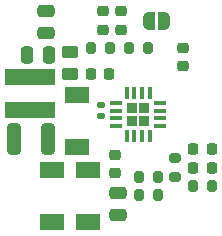
<source format=gtp>
%TF.GenerationSoftware,KiCad,Pcbnew,(6.0.0)*%
%TF.CreationDate,2022-08-29T11:13:11+02:00*%
%TF.ProjectId,LiIon_Charger,4c69496f-6e5f-4436-9861-726765722e6b,rev?*%
%TF.SameCoordinates,Original*%
%TF.FileFunction,Paste,Top*%
%TF.FilePolarity,Positive*%
%FSLAX46Y46*%
G04 Gerber Fmt 4.6, Leading zero omitted, Abs format (unit mm)*
G04 Created by KiCad (PCBNEW (6.0.0)) date 2022-08-29 11:13:11*
%MOMM*%
%LPD*%
G01*
G04 APERTURE LIST*
G04 Aperture macros list*
%AMRoundRect*
0 Rectangle with rounded corners*
0 $1 Rounding radius*
0 $2 $3 $4 $5 $6 $7 $8 $9 X,Y pos of 4 corners*
0 Add a 4 corners polygon primitive as box body*
4,1,4,$2,$3,$4,$5,$6,$7,$8,$9,$2,$3,0*
0 Add four circle primitives for the rounded corners*
1,1,$1+$1,$2,$3*
1,1,$1+$1,$4,$5*
1,1,$1+$1,$6,$7*
1,1,$1+$1,$8,$9*
0 Add four rect primitives between the rounded corners*
20,1,$1+$1,$2,$3,$4,$5,0*
20,1,$1+$1,$4,$5,$6,$7,0*
20,1,$1+$1,$6,$7,$8,$9,0*
20,1,$1+$1,$8,$9,$2,$3,0*%
%AMFreePoly0*
4,1,22,0.500000,-0.750000,0.000000,-0.750000,0.000000,-0.745033,-0.079941,-0.743568,-0.215256,-0.701293,-0.333266,-0.622738,-0.424486,-0.514219,-0.481581,-0.384460,-0.499164,-0.250000,-0.500000,-0.250000,-0.500000,0.250000,-0.499164,0.250000,-0.499963,0.256109,-0.478152,0.396186,-0.417904,0.524511,-0.324060,0.630769,-0.204165,0.706417,-0.067858,0.745374,0.000000,0.744959,0.000000,0.750000,
0.500000,0.750000,0.500000,-0.750000,0.500000,-0.750000,$1*%
%AMFreePoly1*
4,1,20,0.000000,0.744959,0.073905,0.744508,0.209726,0.703889,0.328688,0.626782,0.421226,0.519385,0.479903,0.390333,0.500000,0.250000,0.500000,-0.250000,0.499851,-0.262216,0.476331,-0.402017,0.414519,-0.529596,0.319384,-0.634700,0.198574,-0.708877,0.061801,-0.746166,0.000000,-0.745033,0.000000,-0.750000,-0.500000,-0.750000,-0.500000,0.750000,0.000000,0.750000,0.000000,0.744959,
0.000000,0.744959,$1*%
G04 Aperture macros list end*
%ADD10R,2.100000X1.400000*%
%ADD11RoundRect,0.140000X0.170000X-0.140000X0.170000X0.140000X-0.170000X0.140000X-0.170000X-0.140000X0*%
%ADD12RoundRect,0.250000X0.250000X0.475000X-0.250000X0.475000X-0.250000X-0.475000X0.250000X-0.475000X0*%
%ADD13RoundRect,0.200000X-0.200000X-0.275000X0.200000X-0.275000X0.200000X0.275000X-0.200000X0.275000X0*%
%ADD14RoundRect,0.225000X-0.225000X-0.250000X0.225000X-0.250000X0.225000X0.250000X-0.225000X0.250000X0*%
%ADD15RoundRect,0.218750X0.218750X0.256250X-0.218750X0.256250X-0.218750X-0.256250X0.218750X-0.256250X0*%
%ADD16RoundRect,0.250000X-0.475000X0.250000X-0.475000X-0.250000X0.475000X-0.250000X0.475000X0.250000X0*%
%ADD17R,4.200000X1.400000*%
%ADD18RoundRect,0.250000X-0.450000X0.262500X-0.450000X-0.262500X0.450000X-0.262500X0.450000X0.262500X0*%
%ADD19RoundRect,0.225000X0.250000X-0.225000X0.250000X0.225000X-0.250000X0.225000X-0.250000X-0.225000X0*%
%ADD20RoundRect,0.200000X0.200000X0.275000X-0.200000X0.275000X-0.200000X-0.275000X0.200000X-0.275000X0*%
%ADD21RoundRect,0.225000X-0.250000X0.225000X-0.250000X-0.225000X0.250000X-0.225000X0.250000X0.225000X0*%
%ADD22FreePoly0,180.000000*%
%ADD23FreePoly1,180.000000*%
%ADD24RoundRect,0.232500X0.232500X-0.232500X0.232500X0.232500X-0.232500X0.232500X-0.232500X-0.232500X0*%
%ADD25RoundRect,0.075000X0.075000X-0.462500X0.075000X0.462500X-0.075000X0.462500X-0.075000X-0.462500X0*%
%ADD26RoundRect,0.075000X0.462500X-0.075000X0.462500X0.075000X-0.462500X0.075000X-0.462500X-0.075000X0*%
%ADD27RoundRect,0.200000X0.275000X-0.200000X0.275000X0.200000X-0.275000X0.200000X-0.275000X-0.200000X0*%
%ADD28RoundRect,0.250000X0.475000X-0.250000X0.475000X0.250000X-0.475000X0.250000X-0.475000X-0.250000X0*%
%ADD29RoundRect,0.250000X-0.312500X-1.075000X0.312500X-1.075000X0.312500X1.075000X-0.312500X1.075000X0*%
G04 APERTURE END LIST*
D10*
%TO.C,D4*%
X131724400Y-85303000D03*
X131724400Y-89703000D03*
%TD*%
D11*
%TO.C,C5*%
X132791200Y-80744000D03*
X132791200Y-79784000D03*
%TD*%
D12*
%TO.C,C9*%
X128432600Y-75539600D03*
X126532600Y-75539600D03*
%TD*%
D13*
%TO.C,R2*%
X136004800Y-87426800D03*
X137654800Y-87426800D03*
%TD*%
D14*
%TO.C,C4*%
X131940000Y-77165200D03*
X133490000Y-77165200D03*
%TD*%
D15*
%TO.C,D3*%
X142197500Y-83500000D03*
X140622500Y-83500000D03*
%TD*%
D16*
%TO.C,C1*%
X134289800Y-87213400D03*
X134289800Y-89113400D03*
%TD*%
D17*
%TO.C,L1*%
X126822200Y-80190800D03*
X126822200Y-77390800D03*
%TD*%
D18*
%TO.C,R7*%
X130225800Y-75312900D03*
X130225800Y-77137900D03*
%TD*%
D19*
%TO.C,C7*%
X132969000Y-73419000D03*
X132969000Y-71869000D03*
%TD*%
D20*
%TO.C,R1*%
X137654800Y-85902800D03*
X136004800Y-85902800D03*
%TD*%
D15*
%TO.C,D2*%
X142214700Y-85115400D03*
X140639700Y-85115400D03*
%TD*%
D10*
%TO.C,D5*%
X130759200Y-78927600D03*
X130759200Y-83327600D03*
%TD*%
D13*
%TO.C,R3*%
X140602200Y-86639400D03*
X142252200Y-86639400D03*
%TD*%
%TO.C,R5*%
X131966200Y-74980800D03*
X133616200Y-74980800D03*
%TD*%
D10*
%TO.C,D1*%
X128651000Y-89703000D03*
X128651000Y-85303000D03*
%TD*%
D21*
%TO.C,C3*%
X134040000Y-83984800D03*
X134040000Y-85534800D03*
%TD*%
D19*
%TO.C,C6*%
X134543800Y-73419000D03*
X134543800Y-71869000D03*
%TD*%
D22*
%TO.C,JP1*%
X138191000Y-72694800D03*
D23*
X136891000Y-72694800D03*
%TD*%
D24*
%TO.C,U1*%
X135426200Y-81134200D03*
X136506200Y-80054200D03*
X136506200Y-81134200D03*
X135426200Y-80054200D03*
D25*
X134991200Y-82431700D03*
X135641200Y-82431700D03*
X136291200Y-82431700D03*
X136941200Y-82431700D03*
D26*
X137803700Y-81569200D03*
X137803700Y-80919200D03*
X137803700Y-80269200D03*
X137803700Y-79619200D03*
D25*
X136941200Y-78756700D03*
X136291200Y-78756700D03*
X135641200Y-78756700D03*
X134991200Y-78756700D03*
D26*
X134128700Y-79619200D03*
X134128700Y-80269200D03*
X134128700Y-80919200D03*
X134128700Y-81569200D03*
%TD*%
D27*
%TO.C,R4*%
X139115800Y-85915000D03*
X139115800Y-84265000D03*
%TD*%
D28*
%TO.C,C8*%
X128193800Y-73721000D03*
X128193800Y-71821000D03*
%TD*%
D19*
%TO.C,C2*%
X139725400Y-76492400D03*
X139725400Y-74942400D03*
%TD*%
D13*
%TO.C,R6*%
X135192000Y-74980800D03*
X136842000Y-74980800D03*
%TD*%
D29*
%TO.C,F1*%
X125435900Y-82677000D03*
X128360900Y-82677000D03*
%TD*%
M02*

</source>
